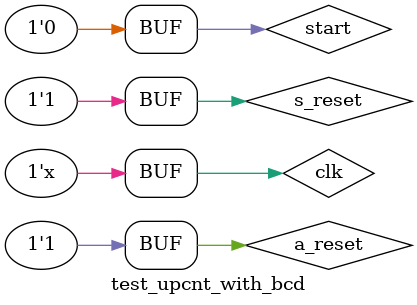
<source format=v>

module test_upcnt_with_bcd;
    reg start,a_reset,s_reset,clk;
    wire [6:0] out;

  	upcnt_with_bcd c(out,start,a_reset,s_reset,clk);  
  	
  	initial begin
    	clk=1;
    	start = 1;
    	s_reset = 1;    	
    	a_reset = 1;
      #10 start = 0;

    end // initial begin

    always begin
      #5 clk = ~clk;
    end





endmodule

</source>
